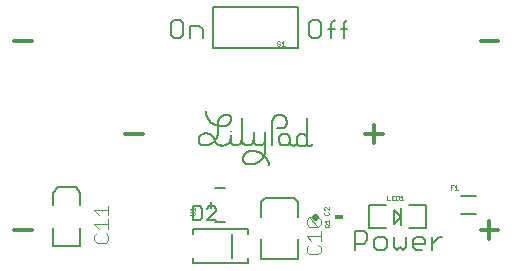
<source format=gbr>
G04 EAGLE Gerber RS-274X export*
G75*
%MOMM*%
%FSLAX34Y34*%
%LPD*%
%INSilkscreen Top*%
%IPPOS*%
%AMOC8*
5,1,8,0,0,1.08239X$1,22.5*%
G01*
%ADD10C,0.203200*%
%ADD11C,0.304800*%
%ADD12C,0.127000*%
%ADD13C,0.101600*%
%ADD14C,0.558800*%
%ADD15C,0.025400*%
%ADD16R,0.762000X0.457200*%


D10*
X84016Y-97984D02*
X84016Y-82223D01*
X91897Y-82223D01*
X94524Y-84849D01*
X94524Y-90103D01*
X91897Y-92730D01*
X84016Y-92730D01*
X103014Y-97984D02*
X108268Y-97984D01*
X110895Y-95357D01*
X110895Y-90103D01*
X108268Y-87476D01*
X103014Y-87476D01*
X100388Y-90103D01*
X100388Y-95357D01*
X103014Y-97984D01*
X116759Y-95357D02*
X116759Y-87476D01*
X116759Y-95357D02*
X119386Y-97984D01*
X122013Y-95357D01*
X124640Y-97984D01*
X127267Y-95357D01*
X127267Y-87476D01*
X135758Y-97984D02*
X141011Y-97984D01*
X135758Y-97984D02*
X133131Y-95357D01*
X133131Y-90103D01*
X135758Y-87476D01*
X141011Y-87476D01*
X143638Y-90103D01*
X143638Y-92730D01*
X133131Y-92730D01*
X149502Y-97984D02*
X149502Y-87476D01*
X149502Y-92730D02*
X154756Y-87476D01*
X157383Y-87476D01*
X-64103Y96777D02*
X-69357Y96777D01*
X-71984Y94151D01*
X-71984Y83643D01*
X-69357Y81016D01*
X-64103Y81016D01*
X-61476Y83643D01*
X-61476Y94151D01*
X-64103Y96777D01*
X-55612Y91524D02*
X-55612Y81016D01*
X-55612Y91524D02*
X-47732Y91524D01*
X-45105Y88897D01*
X-45105Y81016D01*
X47643Y96777D02*
X52897Y96777D01*
X47643Y96777D02*
X45016Y94151D01*
X45016Y83643D01*
X47643Y81016D01*
X52897Y81016D01*
X55524Y83643D01*
X55524Y94151D01*
X52897Y96777D01*
X64014Y94151D02*
X64014Y81016D01*
X64014Y94151D02*
X66641Y96777D01*
X66641Y88897D02*
X61388Y88897D01*
X74929Y94151D02*
X74929Y81016D01*
X74929Y94151D02*
X77556Y96777D01*
X77556Y88897D02*
X72302Y88897D01*
D11*
X190226Y-81270D02*
X205140Y-81270D01*
X197683Y-73813D02*
X197683Y-88728D01*
X-189830Y78750D02*
X-204744Y78750D01*
X190226Y78750D02*
X205140Y78750D01*
X-189830Y-81270D02*
X-204744Y-81270D01*
D10*
X-53000Y-80500D02*
X-53000Y-85000D01*
X-53000Y-80500D02*
X-7000Y-80500D01*
X-7000Y-85000D01*
X-7000Y-105000D02*
X-7000Y-109500D01*
X-53000Y-109500D01*
X-53000Y-105000D01*
X-20000Y-105000D02*
X-20000Y-85000D01*
D12*
X-52955Y-72665D02*
X-52955Y-61225D01*
X-52955Y-72665D02*
X-47235Y-72665D01*
X-45329Y-70758D01*
X-45329Y-63132D01*
X-47235Y-61225D01*
X-52955Y-61225D01*
X-41261Y-72665D02*
X-33635Y-72665D01*
X-41261Y-72665D02*
X-33635Y-65039D01*
X-33635Y-63132D01*
X-35541Y-61225D01*
X-39354Y-61225D01*
X-41261Y-63132D01*
D10*
X36000Y-89000D02*
X36000Y-106000D01*
X4500Y-106000D01*
X4500Y-89000D01*
X35500Y-70000D02*
X35500Y-58000D01*
X32000Y-54000D01*
X7500Y-54000D01*
X4500Y-58000D01*
X4500Y-70000D01*
D13*
X43198Y-96027D02*
X45147Y-94078D01*
X43198Y-96027D02*
X43198Y-99925D01*
X45147Y-101874D01*
X52943Y-101874D01*
X54892Y-99925D01*
X54892Y-96027D01*
X52943Y-94078D01*
X47096Y-90180D02*
X43198Y-86282D01*
X54892Y-86282D01*
X54892Y-90180D02*
X54892Y-82384D01*
X52943Y-78486D02*
X45147Y-78486D01*
X43198Y-76537D01*
X43198Y-72639D01*
X45147Y-70690D01*
X52943Y-70690D01*
X54892Y-72639D01*
X54892Y-76537D01*
X52943Y-78486D01*
X45147Y-70690D01*
D10*
X-149000Y-80000D02*
X-149000Y-95000D01*
X-171500Y-95000D01*
X-171500Y-80000D01*
X-148500Y-60000D02*
X-148500Y-50000D01*
X-152000Y-45000D01*
X-167500Y-45000D01*
X-171500Y-50000D01*
X-171500Y-60000D01*
D13*
X-136802Y-86027D02*
X-134853Y-84078D01*
X-136802Y-86027D02*
X-136802Y-89925D01*
X-134853Y-91874D01*
X-127057Y-91874D01*
X-125108Y-89925D01*
X-125108Y-86027D01*
X-127057Y-84078D01*
X-132904Y-80180D02*
X-136802Y-76282D01*
X-125108Y-76282D01*
X-125108Y-80180D02*
X-125108Y-72384D01*
X-132904Y-68486D02*
X-136802Y-64588D01*
X-125108Y-64588D01*
X-125108Y-68486D02*
X-125108Y-60690D01*
D14*
X49695Y-70000D02*
X50305Y-70000D01*
D15*
X57744Y-66561D02*
X58379Y-65925D01*
X57744Y-66561D02*
X57744Y-67832D01*
X58379Y-68467D01*
X60921Y-68467D01*
X61557Y-67832D01*
X61557Y-66561D01*
X60921Y-65925D01*
X61557Y-64725D02*
X61557Y-62183D01*
X61557Y-64725D02*
X59015Y-62183D01*
X58379Y-62183D01*
X57744Y-62818D01*
X57744Y-64090D01*
X58379Y-64725D01*
D11*
X92436Y10D02*
X107350Y10D01*
X99893Y7467D02*
X99893Y-7448D01*
X-95850Y10D02*
X-110764Y10D01*
D16*
X70000Y-70000D03*
D15*
X62253Y-78763D02*
X58440Y-78763D01*
X58440Y-76856D01*
X59075Y-76221D01*
X60346Y-76221D01*
X60982Y-76856D01*
X60982Y-78763D01*
X60982Y-77492D02*
X62253Y-76221D01*
X59711Y-75021D02*
X58440Y-73750D01*
X62253Y-73750D01*
X62253Y-75021D02*
X62253Y-72479D01*
D10*
X96000Y-60000D02*
X110000Y-60000D01*
X96000Y-60000D02*
X96000Y-80000D01*
X110000Y-80000D01*
X130000Y-60000D02*
X144000Y-60000D01*
X144000Y-80000D01*
X130000Y-80000D01*
X123000Y-70000D02*
X123000Y-63000D01*
X123000Y-70000D02*
X123000Y-77000D01*
X123000Y-70000D02*
X117000Y-64000D01*
X117000Y-76000D01*
X123000Y-70000D01*
D15*
X111237Y-55903D02*
X111237Y-52090D01*
X111237Y-55903D02*
X113779Y-55903D01*
X114979Y-52090D02*
X117521Y-52090D01*
X114979Y-52090D02*
X114979Y-55903D01*
X117521Y-55903D01*
X116250Y-53996D02*
X114979Y-53996D01*
X118721Y-52090D02*
X118721Y-55903D01*
X120628Y-55903D01*
X121263Y-55267D01*
X121263Y-52725D01*
X120628Y-52090D01*
X118721Y-52090D01*
X122463Y-53361D02*
X123734Y-52090D01*
X123734Y-55903D01*
X122463Y-55903D02*
X125005Y-55903D01*
D10*
X14100Y-9650D02*
X14100Y11350D01*
X14115Y11496D01*
X14134Y11642D01*
X14157Y11787D01*
X14184Y11932D01*
X14215Y12076D01*
X14249Y12219D01*
X14288Y12361D01*
X14330Y12501D01*
X14375Y12641D01*
X14425Y12780D01*
X14478Y12917D01*
X14535Y13052D01*
X14595Y13186D01*
X14659Y13319D01*
X14727Y13449D01*
X14798Y13578D01*
X14872Y13705D01*
X14950Y13830D01*
X15031Y13953D01*
X15115Y14073D01*
X15202Y14191D01*
X15293Y14307D01*
X15386Y14421D01*
X15483Y14532D01*
X15582Y14640D01*
X15685Y14745D01*
X15790Y14848D01*
X15898Y14948D01*
X16008Y15045D01*
X16121Y15140D01*
X16236Y15231D01*
X16354Y15319D01*
X16474Y15403D01*
X16597Y15485D01*
X16721Y15563D01*
X16848Y15638D01*
X16976Y15710D01*
X17106Y15778D01*
X17238Y15843D01*
X17372Y15904D01*
X17508Y15961D01*
X17644Y16015D01*
X17783Y16065D01*
X17922Y16112D01*
X18063Y16155D01*
X18204Y16194D01*
X18347Y16229D01*
X18491Y16260D01*
X18635Y16288D01*
X18780Y16312D01*
X18926Y16332D01*
X19072Y16348D01*
X19219Y16360D01*
X19366Y16368D01*
X19513Y16372D01*
X19660Y16373D01*
X19807Y16369D01*
X19953Y16362D01*
X20100Y16350D01*
X20246Y16362D01*
X20393Y16369D01*
X20540Y16373D01*
X20687Y16372D01*
X20834Y16368D01*
X20981Y16360D01*
X21128Y16348D01*
X21274Y16332D01*
X21419Y16312D01*
X21565Y16288D01*
X21709Y16260D01*
X21853Y16229D01*
X21995Y16194D01*
X22137Y16155D01*
X22278Y16112D01*
X22417Y16065D01*
X22555Y16015D01*
X22692Y15961D01*
X22827Y15904D01*
X22961Y15842D01*
X23093Y15778D01*
X23224Y15710D01*
X23352Y15638D01*
X23478Y15563D01*
X23603Y15485D01*
X23725Y15403D01*
X23845Y15318D01*
X23963Y15230D01*
X24079Y15139D01*
X24192Y15045D01*
X24302Y14948D01*
X24410Y14848D01*
X24515Y14745D01*
X24617Y14640D01*
X24717Y14531D01*
X24813Y14420D01*
X24907Y14307D01*
X24997Y14191D01*
X25085Y14073D01*
X25169Y13952D01*
X25250Y13830D01*
X25327Y13705D01*
X25402Y13578D01*
X25473Y13449D01*
X25540Y13319D01*
X25604Y13186D01*
X25665Y13052D01*
X25721Y12917D01*
X25775Y12779D01*
X25824Y12641D01*
X25870Y12501D01*
X25912Y12360D01*
X25951Y12219D01*
X25985Y12076D01*
X26016Y11932D01*
X26043Y11787D01*
X26066Y11642D01*
X26085Y11496D01*
X26100Y11350D01*
X26100Y9350D01*
X26091Y9214D01*
X26078Y9079D01*
X26061Y8944D01*
X26041Y8810D01*
X26016Y8677D01*
X25988Y8544D01*
X25956Y8412D01*
X25920Y8281D01*
X25881Y8151D01*
X25837Y8022D01*
X25790Y7894D01*
X25740Y7768D01*
X25686Y7644D01*
X25628Y7521D01*
X25567Y7399D01*
X25502Y7280D01*
X25434Y7162D01*
X25363Y7047D01*
X25289Y6933D01*
X25211Y6822D01*
X25130Y6712D01*
X25046Y6606D01*
X24959Y6501D01*
X24869Y6400D01*
X24776Y6300D01*
X24680Y6204D01*
X24582Y6110D01*
X24481Y6019D01*
X24378Y5931D01*
X24272Y5846D01*
X24163Y5764D01*
X24053Y5686D01*
X23940Y5610D01*
X23825Y5538D01*
X23708Y5469D01*
X23589Y5403D01*
X23468Y5341D01*
X23345Y5282D01*
X23221Y5227D01*
X23096Y5175D01*
X22969Y5127D01*
X22840Y5083D01*
X22711Y5042D01*
X22580Y5005D01*
X22448Y4972D01*
X22316Y4942D01*
X22182Y4917D01*
X22048Y4895D01*
X21914Y4877D01*
X21778Y4862D01*
X21643Y4852D01*
X21507Y4846D01*
X21371Y4843D01*
X21236Y4844D01*
X21100Y4850D01*
X18100Y4850D01*
X28600Y-5650D02*
X28615Y-5767D01*
X28626Y-5885D01*
X28633Y-6003D01*
X28636Y-6121D01*
X28635Y-6239D01*
X28630Y-6357D01*
X28621Y-6475D01*
X28608Y-6593D01*
X28591Y-6709D01*
X28571Y-6826D01*
X28546Y-6941D01*
X28518Y-7056D01*
X28486Y-7170D01*
X28450Y-7282D01*
X28410Y-7394D01*
X28367Y-7504D01*
X28320Y-7612D01*
X28269Y-7719D01*
X28215Y-7824D01*
X28157Y-7927D01*
X28096Y-8028D01*
X28032Y-8127D01*
X27964Y-8224D01*
X27893Y-8319D01*
X27819Y-8411D01*
X27742Y-8500D01*
X27662Y-8587D01*
X27579Y-8671D01*
X27493Y-8753D01*
X27405Y-8831D01*
X27314Y-8907D01*
X27221Y-8979D01*
X27125Y-9049D01*
X27027Y-9115D01*
X26927Y-9177D01*
X26825Y-9237D01*
X26721Y-9293D01*
X26615Y-9345D01*
X26507Y-9394D01*
X26398Y-9439D01*
X26287Y-9481D01*
X26175Y-9519D01*
X26062Y-9553D01*
X25948Y-9583D01*
X25833Y-9609D01*
X25717Y-9632D01*
X25600Y-9650D01*
X23600Y-9650D01*
X23467Y-9634D01*
X23334Y-9613D01*
X23202Y-9588D01*
X23071Y-9560D01*
X22941Y-9527D01*
X22812Y-9491D01*
X22684Y-9451D01*
X22557Y-9407D01*
X22431Y-9359D01*
X22307Y-9308D01*
X22185Y-9253D01*
X22064Y-9195D01*
X21945Y-9132D01*
X21828Y-9067D01*
X21713Y-8998D01*
X21600Y-8925D01*
X21489Y-8850D01*
X21381Y-8771D01*
X21275Y-8689D01*
X21171Y-8603D01*
X21070Y-8515D01*
X20972Y-8424D01*
X20876Y-8330D01*
X20783Y-8233D01*
X20693Y-8133D01*
X20607Y-8031D01*
X20523Y-7926D01*
X20442Y-7819D01*
X20365Y-7709D01*
X20290Y-7597D01*
X20219Y-7483D01*
X20152Y-7367D01*
X20088Y-7249D01*
X20028Y-7130D01*
X19971Y-7008D01*
X19918Y-6885D01*
X19868Y-6760D01*
X19822Y-6634D01*
X19780Y-6507D01*
X19742Y-6378D01*
X19707Y-6248D01*
X19677Y-6118D01*
X19650Y-5986D01*
X19627Y-5854D01*
X19608Y-5721D01*
X19593Y-5588D01*
X19582Y-5454D01*
X19575Y-5320D01*
X19572Y-5186D01*
X19573Y-5052D01*
X19578Y-4917D01*
X19587Y-4784D01*
X19600Y-4650D01*
X19587Y-4516D01*
X19578Y-4383D01*
X19573Y-4248D01*
X19572Y-4114D01*
X19575Y-3980D01*
X19582Y-3846D01*
X19593Y-3712D01*
X19608Y-3579D01*
X19627Y-3446D01*
X19650Y-3314D01*
X19677Y-3182D01*
X19707Y-3052D01*
X19742Y-2922D01*
X19780Y-2793D01*
X19822Y-2666D01*
X19868Y-2540D01*
X19918Y-2415D01*
X19971Y-2292D01*
X20028Y-2170D01*
X20088Y-2051D01*
X20152Y-1933D01*
X20219Y-1817D01*
X20290Y-1703D01*
X20365Y-1591D01*
X20442Y-1481D01*
X20523Y-1374D01*
X20607Y-1269D01*
X20693Y-1167D01*
X20783Y-1067D01*
X20876Y-970D01*
X20972Y-876D01*
X21070Y-785D01*
X21171Y-697D01*
X21275Y-611D01*
X21381Y-529D01*
X21489Y-450D01*
X21600Y-375D01*
X21713Y-302D01*
X21828Y-233D01*
X21945Y-168D01*
X22064Y-105D01*
X22185Y-47D01*
X22307Y8D01*
X22431Y59D01*
X22557Y107D01*
X22684Y151D01*
X22812Y191D01*
X22941Y227D01*
X23071Y260D01*
X23202Y288D01*
X23334Y313D01*
X23467Y334D01*
X23600Y350D01*
X24600Y350D01*
X24726Y348D01*
X24851Y342D01*
X24976Y332D01*
X25101Y318D01*
X25226Y301D01*
X25350Y279D01*
X25473Y254D01*
X25595Y224D01*
X25716Y191D01*
X25836Y154D01*
X25955Y114D01*
X26072Y69D01*
X26189Y21D01*
X26303Y-31D01*
X26416Y-86D01*
X26527Y-145D01*
X26636Y-207D01*
X26743Y-273D01*
X26848Y-342D01*
X26951Y-414D01*
X27052Y-489D01*
X27150Y-568D01*
X27245Y-650D01*
X27338Y-734D01*
X27428Y-822D01*
X27516Y-912D01*
X27600Y-1005D01*
X27682Y-1100D01*
X27761Y-1198D01*
X27836Y-1299D01*
X27908Y-1402D01*
X27977Y-1507D01*
X28043Y-1614D01*
X28105Y-1723D01*
X28164Y-1834D01*
X28219Y-1947D01*
X28271Y-2061D01*
X28319Y-2178D01*
X28364Y-2295D01*
X28404Y-2414D01*
X28441Y-2534D01*
X28474Y-2655D01*
X28504Y-2777D01*
X28529Y-2900D01*
X28551Y-3024D01*
X28568Y-3149D01*
X28582Y-3274D01*
X28592Y-3399D01*
X28598Y-3524D01*
X28600Y-3650D01*
X28600Y-5650D01*
X28577Y-5761D01*
X28557Y-5874D01*
X28541Y-5986D01*
X28529Y-6100D01*
X28520Y-6213D01*
X28516Y-6327D01*
X28515Y-6441D01*
X28519Y-6555D01*
X28526Y-6668D01*
X28537Y-6782D01*
X28552Y-6895D01*
X28571Y-7007D01*
X28593Y-7118D01*
X28620Y-7229D01*
X28650Y-7339D01*
X28684Y-7448D01*
X28721Y-7555D01*
X28763Y-7661D01*
X28808Y-7766D01*
X28856Y-7869D01*
X28908Y-7970D01*
X28963Y-8070D01*
X29022Y-8168D01*
X29084Y-8263D01*
X29149Y-8356D01*
X29218Y-8447D01*
X29289Y-8536D01*
X29363Y-8622D01*
X29441Y-8706D01*
X29521Y-8787D01*
X29604Y-8865D01*
X29689Y-8940D01*
X29777Y-9013D01*
X29868Y-9082D01*
X29960Y-9148D01*
X30055Y-9211D01*
X30152Y-9270D01*
X30251Y-9327D01*
X30352Y-9380D01*
X30455Y-9429D01*
X30559Y-9475D01*
X30665Y-9517D01*
X30772Y-9556D01*
X30880Y-9591D01*
X30990Y-9622D01*
X31100Y-9650D01*
X31203Y-9676D01*
X31308Y-9698D01*
X31413Y-9716D01*
X31518Y-9731D01*
X31624Y-9741D01*
X31731Y-9748D01*
X31837Y-9750D01*
X31944Y-9748D01*
X32050Y-9743D01*
X32156Y-9733D01*
X32262Y-9720D01*
X32367Y-9703D01*
X32472Y-9681D01*
X32575Y-9656D01*
X32678Y-9627D01*
X32779Y-9594D01*
X32879Y-9558D01*
X32978Y-9517D01*
X33075Y-9473D01*
X33170Y-9426D01*
X33264Y-9374D01*
X33356Y-9320D01*
X33445Y-9262D01*
X33532Y-9201D01*
X33617Y-9136D01*
X33699Y-9068D01*
X33779Y-8998D01*
X33856Y-8924D01*
X33931Y-8848D01*
X34002Y-8769D01*
X34070Y-8687D01*
X34136Y-8603D01*
X34198Y-8516D01*
X34256Y-8427D01*
X34312Y-8336D01*
X34364Y-8243D01*
X34412Y-8148D01*
X34457Y-8051D01*
X34498Y-7953D01*
X34536Y-7853D01*
X34570Y-7752D01*
X34600Y-7650D01*
X34600Y-7150D01*
X34600Y-4650D01*
X34594Y-4514D01*
X34593Y-4378D01*
X34596Y-4243D01*
X34602Y-4107D01*
X34612Y-3971D01*
X34627Y-3836D01*
X34645Y-3702D01*
X34666Y-3568D01*
X34692Y-3434D01*
X34722Y-3302D01*
X34755Y-3170D01*
X34792Y-3039D01*
X34833Y-2909D01*
X34877Y-2781D01*
X34925Y-2654D01*
X34977Y-2528D01*
X35032Y-2404D01*
X35091Y-2282D01*
X35153Y-2161D01*
X35219Y-2042D01*
X35288Y-1925D01*
X35360Y-1810D01*
X35435Y-1697D01*
X35514Y-1586D01*
X35596Y-1478D01*
X35681Y-1372D01*
X35769Y-1269D01*
X35860Y-1168D01*
X35954Y-1069D01*
X36050Y-974D01*
X36149Y-881D01*
X36251Y-791D01*
X36355Y-704D01*
X36462Y-620D01*
X36571Y-539D01*
X36683Y-461D01*
X36796Y-387D01*
X36912Y-315D01*
X37030Y-247D01*
X37149Y-183D01*
X37271Y-122D01*
X37394Y-64D01*
X37518Y-10D01*
X37644Y41D01*
X37772Y88D01*
X37901Y131D01*
X38031Y170D01*
X38162Y206D01*
X38294Y238D01*
X38426Y266D01*
X38560Y291D01*
X38694Y312D01*
X38829Y328D01*
X38964Y341D01*
X39100Y350D01*
X39240Y334D01*
X39380Y314D01*
X39518Y290D01*
X39657Y263D01*
X39794Y231D01*
X39930Y196D01*
X40066Y156D01*
X40200Y113D01*
X40333Y67D01*
X40465Y16D01*
X40595Y-38D01*
X40723Y-96D01*
X40850Y-157D01*
X40975Y-222D01*
X41099Y-290D01*
X41220Y-362D01*
X41339Y-437D01*
X41456Y-516D01*
X41571Y-597D01*
X41684Y-682D01*
X41794Y-770D01*
X41901Y-861D01*
X42006Y-956D01*
X42108Y-1053D01*
X42208Y-1152D01*
X42305Y-1255D01*
X42398Y-1360D01*
X42489Y-1468D01*
X42577Y-1578D01*
X42661Y-1691D01*
X42743Y-1806D01*
X42821Y-1923D01*
X42896Y-2043D01*
X42967Y-2164D01*
X43035Y-2288D01*
X43100Y-2413D01*
X43161Y-2540D01*
X43218Y-2669D01*
X43272Y-2799D01*
X43322Y-2931D01*
X43368Y-3064D01*
X43411Y-3199D01*
X43450Y-3334D01*
X43485Y-3471D01*
X43516Y-3608D01*
X43543Y-3746D01*
X43566Y-3885D01*
X43586Y-4025D01*
X43602Y-4165D01*
X43613Y-4305D01*
X43621Y-4446D01*
X43625Y-4587D01*
X43624Y-4728D01*
X43620Y-4869D01*
X43612Y-5010D01*
X43600Y-5150D01*
X43629Y-5273D01*
X43654Y-5397D01*
X43675Y-5521D01*
X43692Y-5646D01*
X43706Y-5772D01*
X43715Y-5898D01*
X43721Y-6024D01*
X43723Y-6150D01*
X43721Y-6276D01*
X43715Y-6402D01*
X43706Y-6528D01*
X43692Y-6654D01*
X43675Y-6779D01*
X43654Y-6903D01*
X43629Y-7027D01*
X43600Y-7150D01*
X43567Y-7273D01*
X43531Y-7395D01*
X43490Y-7516D01*
X43446Y-7635D01*
X43399Y-7753D01*
X43347Y-7870D01*
X43292Y-7985D01*
X43234Y-8098D01*
X43172Y-8209D01*
X43107Y-8318D01*
X43038Y-8426D01*
X42966Y-8531D01*
X42891Y-8633D01*
X42813Y-8734D01*
X42732Y-8832D01*
X42647Y-8927D01*
X42560Y-9020D01*
X42470Y-9110D01*
X42377Y-9197D01*
X42282Y-9282D01*
X42184Y-9363D01*
X42083Y-9441D01*
X41981Y-9516D01*
X41876Y-9588D01*
X41768Y-9657D01*
X41659Y-9722D01*
X41548Y-9784D01*
X41435Y-9842D01*
X41320Y-9897D01*
X41203Y-9949D01*
X41085Y-9996D01*
X40966Y-10040D01*
X40845Y-10081D01*
X40723Y-10117D01*
X40600Y-10150D01*
X40471Y-10191D01*
X40341Y-10228D01*
X40209Y-10261D01*
X40077Y-10291D01*
X39944Y-10317D01*
X39811Y-10339D01*
X39676Y-10358D01*
X39542Y-10372D01*
X39407Y-10383D01*
X39271Y-10390D01*
X39136Y-10393D01*
X39001Y-10392D01*
X38865Y-10387D01*
X38730Y-10379D01*
X38595Y-10366D01*
X38461Y-10350D01*
X38327Y-10330D01*
X38193Y-10306D01*
X38061Y-10278D01*
X37929Y-10246D01*
X37798Y-10211D01*
X37669Y-10172D01*
X37540Y-10129D01*
X37413Y-10083D01*
X37287Y-10033D01*
X37162Y-9979D01*
X37040Y-9922D01*
X36919Y-9862D01*
X36799Y-9798D01*
X36682Y-9730D01*
X36566Y-9659D01*
X36453Y-9585D01*
X36341Y-9508D01*
X36232Y-9428D01*
X36126Y-9344D01*
X36021Y-9258D01*
X35920Y-9169D01*
X35820Y-9076D01*
X35724Y-8981D01*
X35630Y-8884D01*
X35539Y-8783D01*
X35451Y-8680D01*
X35366Y-8575D01*
X35284Y-8467D01*
X35205Y-8357D01*
X35130Y-8244D01*
X35057Y-8130D01*
X34988Y-8014D01*
X34922Y-7895D01*
X34860Y-7775D01*
X34801Y-7653D01*
X34745Y-7529D01*
X34693Y-7404D01*
X34645Y-7278D01*
X34600Y-7150D01*
X43600Y-7150D02*
X43600Y-8150D01*
X43602Y-8237D01*
X43608Y-8324D01*
X43617Y-8411D01*
X43630Y-8497D01*
X43647Y-8583D01*
X43668Y-8668D01*
X43693Y-8751D01*
X43721Y-8834D01*
X43752Y-8915D01*
X43787Y-8995D01*
X43826Y-9073D01*
X43868Y-9150D01*
X43913Y-9225D01*
X43962Y-9297D01*
X44013Y-9368D01*
X44068Y-9436D01*
X44125Y-9501D01*
X44186Y-9564D01*
X44249Y-9625D01*
X44314Y-9682D01*
X44382Y-9737D01*
X44453Y-9788D01*
X44525Y-9837D01*
X44600Y-9882D01*
X44677Y-9924D01*
X44755Y-9963D01*
X44835Y-9998D01*
X44916Y-10029D01*
X44999Y-10057D01*
X45082Y-10082D01*
X45167Y-10103D01*
X45253Y-10120D01*
X45339Y-10133D01*
X45426Y-10142D01*
X45513Y-10148D01*
X45600Y-10150D01*
X45687Y-10148D01*
X45774Y-10142D01*
X45861Y-10133D01*
X45947Y-10120D01*
X46033Y-10103D01*
X46118Y-10082D01*
X46201Y-10057D01*
X46284Y-10029D01*
X46365Y-9998D01*
X46445Y-9963D01*
X46523Y-9924D01*
X46600Y-9882D01*
X46675Y-9837D01*
X46747Y-9788D01*
X46818Y-9737D01*
X46886Y-9682D01*
X46951Y-9625D01*
X47014Y-9564D01*
X47075Y-9501D01*
X47132Y-9436D01*
X47187Y-9368D01*
X47238Y-9297D01*
X47287Y-9225D01*
X47332Y-9150D01*
X47374Y-9073D01*
X47413Y-8995D01*
X47448Y-8915D01*
X47479Y-8834D01*
X47507Y-8751D01*
X47532Y-8668D01*
X47553Y-8583D01*
X47570Y-8497D01*
X47583Y-8411D01*
X47592Y-8324D01*
X47598Y-8237D01*
X47600Y-8150D01*
X43600Y-6150D02*
X43600Y13850D01*
X-21400Y2850D02*
X-21400Y2350D01*
X-29400Y6850D02*
X-29714Y6854D01*
X-30028Y6865D01*
X-30342Y6884D01*
X-30655Y6911D01*
X-30967Y6945D01*
X-31278Y6986D01*
X-31589Y7036D01*
X-31898Y7092D01*
X-32205Y7156D01*
X-32511Y7228D01*
X-32815Y7307D01*
X-33117Y7393D01*
X-33417Y7486D01*
X-33715Y7587D01*
X-34010Y7695D01*
X-34302Y7810D01*
X-34592Y7932D01*
X-34878Y8061D01*
X-35161Y8196D01*
X-35441Y8339D01*
X-35718Y8488D01*
X-35990Y8644D01*
X-36259Y8807D01*
X-36524Y8976D01*
X-36785Y9151D01*
X-37041Y9333D01*
X-37293Y9520D01*
X-37540Y9714D01*
X-37783Y9914D01*
X-38021Y10119D01*
X-38253Y10331D01*
X-38481Y10547D01*
X-38703Y10769D01*
X-38919Y10997D01*
X-39131Y11229D01*
X-39336Y11467D01*
X-39536Y11710D01*
X-39730Y11957D01*
X-39917Y12209D01*
X-40099Y12465D01*
X-40274Y12726D01*
X-40443Y12991D01*
X-40606Y13260D01*
X-40762Y13532D01*
X-40911Y13809D01*
X-41054Y14089D01*
X-41189Y14372D01*
X-41318Y14658D01*
X-41440Y14948D01*
X-41555Y15240D01*
X-41663Y15535D01*
X-41764Y15833D01*
X-41857Y16133D01*
X-41943Y16435D01*
X-42022Y16739D01*
X-42094Y17045D01*
X-42158Y17352D01*
X-42214Y17661D01*
X-42264Y17972D01*
X-42305Y18283D01*
X-42339Y18595D01*
X-42366Y18908D01*
X-42385Y19222D01*
X-42396Y19536D01*
X-42400Y19850D01*
X-29400Y6850D02*
X-27900Y6850D01*
X-27737Y6846D01*
X-27574Y6845D01*
X-27410Y6849D01*
X-27247Y6857D01*
X-27085Y6869D01*
X-26922Y6884D01*
X-26760Y6904D01*
X-26598Y6927D01*
X-26438Y6955D01*
X-26277Y6986D01*
X-26118Y7021D01*
X-25959Y7060D01*
X-25802Y7103D01*
X-25645Y7149D01*
X-25490Y7200D01*
X-25336Y7254D01*
X-25183Y7311D01*
X-25032Y7373D01*
X-24882Y7438D01*
X-24734Y7507D01*
X-24588Y7579D01*
X-24443Y7655D01*
X-24301Y7734D01*
X-24160Y7817D01*
X-24021Y7903D01*
X-23884Y7992D01*
X-23750Y8085D01*
X-23618Y8180D01*
X-23488Y8279D01*
X-23361Y8381D01*
X-23236Y8487D01*
X-23114Y8595D01*
X-22994Y8706D01*
X-22877Y8820D01*
X-22763Y8937D01*
X-22652Y9056D01*
X-22543Y9178D01*
X-22438Y9303D01*
X-22336Y9430D01*
X-22237Y9560D01*
X-22141Y9692D01*
X-22048Y9826D01*
X-21958Y9962D01*
X-21872Y10101D01*
X-21789Y10242D01*
X-21710Y10384D01*
X-21634Y10529D01*
X-21561Y10675D01*
X-21492Y10823D01*
X-21427Y10973D01*
X-21365Y11124D01*
X-21307Y11276D01*
X-21253Y11430D01*
X-21202Y11585D01*
X-21156Y11742D01*
X-21113Y11899D01*
X-21073Y12058D01*
X-21038Y12217D01*
X-21007Y12377D01*
X-20979Y12538D01*
X-20955Y12700D01*
X-20935Y12862D01*
X-20920Y13024D01*
X-20908Y13187D01*
X-20900Y13350D01*
X-20902Y13457D01*
X-20908Y13564D01*
X-20917Y13671D01*
X-20931Y13777D01*
X-20948Y13883D01*
X-20969Y13988D01*
X-20993Y14092D01*
X-21022Y14195D01*
X-21054Y14297D01*
X-21089Y14398D01*
X-21128Y14498D01*
X-21171Y14596D01*
X-21217Y14693D01*
X-21267Y14788D01*
X-21320Y14881D01*
X-21376Y14972D01*
X-21436Y15061D01*
X-21498Y15148D01*
X-21564Y15232D01*
X-21633Y15315D01*
X-21704Y15394D01*
X-21779Y15471D01*
X-21856Y15546D01*
X-21935Y15617D01*
X-22018Y15686D01*
X-22102Y15752D01*
X-22189Y15814D01*
X-22278Y15874D01*
X-22369Y15930D01*
X-22462Y15983D01*
X-22557Y16033D01*
X-22654Y16079D01*
X-22752Y16122D01*
X-22852Y16161D01*
X-22953Y16196D01*
X-23055Y16228D01*
X-23158Y16257D01*
X-23262Y16281D01*
X-23367Y16302D01*
X-23473Y16319D01*
X-23579Y16333D01*
X-23686Y16342D01*
X-23793Y16348D01*
X-23900Y16350D01*
X-34400Y-5650D02*
X-34445Y-5463D01*
X-34494Y-5278D01*
X-34547Y-5093D01*
X-34605Y-4910D01*
X-34668Y-4729D01*
X-34734Y-4549D01*
X-34805Y-4370D01*
X-34881Y-4194D01*
X-34960Y-4019D01*
X-35044Y-3846D01*
X-35132Y-3676D01*
X-35224Y-3507D01*
X-35320Y-3341D01*
X-35420Y-3177D01*
X-35524Y-3016D01*
X-35632Y-2857D01*
X-35744Y-2701D01*
X-35859Y-2547D01*
X-35978Y-2397D01*
X-36101Y-2249D01*
X-36227Y-2104D01*
X-36357Y-1963D01*
X-36490Y-1824D01*
X-36626Y-1689D01*
X-36766Y-1557D01*
X-36909Y-1429D01*
X-37055Y-1304D01*
X-37203Y-1183D01*
X-37355Y-1065D01*
X-37510Y-951D01*
X-37667Y-841D01*
X-37827Y-734D01*
X-37989Y-632D01*
X-38154Y-533D01*
X-38321Y-439D01*
X-38490Y-348D01*
X-38662Y-262D01*
X-38835Y-180D01*
X-39010Y-102D01*
X-39188Y-28D01*
X-39367Y42D01*
X-39547Y107D01*
X-39730Y167D01*
X-39913Y224D01*
X-40098Y275D01*
X-40284Y323D01*
X-40471Y366D01*
X-40659Y404D01*
X-40848Y438D01*
X-41038Y467D01*
X-41229Y491D01*
X-41419Y511D01*
X-41611Y527D01*
X-41803Y537D01*
X-41994Y543D01*
X-42186Y545D01*
X-42378Y542D01*
X-42570Y534D01*
X-42762Y521D01*
X-42953Y504D01*
X-43144Y483D01*
X-43334Y456D01*
X-43524Y425D01*
X-43712Y390D01*
X-43900Y350D01*
X-24900Y16350D02*
X-23900Y16350D01*
X-24900Y16350D02*
X-25069Y16348D01*
X-25238Y16342D01*
X-25407Y16332D01*
X-25576Y16317D01*
X-25744Y16299D01*
X-25911Y16277D01*
X-26078Y16250D01*
X-26245Y16220D01*
X-26410Y16185D01*
X-26575Y16147D01*
X-26739Y16104D01*
X-26902Y16058D01*
X-27063Y16007D01*
X-27223Y15953D01*
X-27382Y15895D01*
X-27540Y15833D01*
X-27696Y15768D01*
X-27850Y15698D01*
X-28002Y15625D01*
X-28153Y15548D01*
X-28302Y15468D01*
X-28449Y15384D01*
X-28593Y15296D01*
X-28736Y15205D01*
X-28876Y15111D01*
X-29014Y15013D01*
X-29150Y14912D01*
X-29283Y14808D01*
X-29414Y14700D01*
X-29542Y14590D01*
X-29667Y14476D01*
X-29790Y14359D01*
X-29909Y14240D01*
X-30026Y14117D01*
X-30140Y13992D01*
X-30250Y13864D01*
X-30358Y13733D01*
X-30462Y13600D01*
X-30563Y13464D01*
X-30661Y13326D01*
X-30755Y13186D01*
X-30846Y13043D01*
X-30934Y12899D01*
X-31018Y12752D01*
X-31098Y12603D01*
X-31175Y12452D01*
X-31248Y12300D01*
X-31318Y12146D01*
X-31383Y11990D01*
X-31445Y11832D01*
X-31503Y11673D01*
X-31557Y11513D01*
X-31608Y11352D01*
X-31654Y11189D01*
X-31697Y11025D01*
X-31735Y10860D01*
X-31770Y10695D01*
X-31800Y10528D01*
X-31827Y10361D01*
X-31849Y10194D01*
X-31867Y10026D01*
X-31882Y9857D01*
X-31892Y9688D01*
X-31898Y9519D01*
X-31900Y9350D01*
X-43900Y350D02*
X-44042Y327D01*
X-44183Y301D01*
X-44324Y272D01*
X-44463Y238D01*
X-44602Y200D01*
X-44739Y159D01*
X-44876Y114D01*
X-45011Y66D01*
X-45145Y14D01*
X-45277Y-42D01*
X-45408Y-102D01*
X-45537Y-165D01*
X-45664Y-231D01*
X-45790Y-301D01*
X-45913Y-374D01*
X-46035Y-450D01*
X-46154Y-530D01*
X-46272Y-613D01*
X-46387Y-699D01*
X-46499Y-788D01*
X-46609Y-881D01*
X-46717Y-976D01*
X-46822Y-1074D01*
X-46924Y-1175D01*
X-47024Y-1278D01*
X-47120Y-1384D01*
X-47214Y-1493D01*
X-47305Y-1604D01*
X-47392Y-1718D01*
X-47477Y-1834D01*
X-47558Y-1953D01*
X-47637Y-2073D01*
X-47712Y-2196D01*
X-47783Y-2320D01*
X-47851Y-2446D01*
X-47916Y-2575D01*
X-47977Y-2705D01*
X-48035Y-2836D01*
X-48089Y-2969D01*
X-48139Y-3104D01*
X-48186Y-3239D01*
X-48229Y-3376D01*
X-48269Y-3514D01*
X-48304Y-3654D01*
X-48336Y-3794D01*
X-48364Y-3934D01*
X-48389Y-4076D01*
X-48409Y-4218D01*
X-48426Y-4361D01*
X-48438Y-4504D01*
X-48447Y-4647D01*
X-48452Y-4791D01*
X-48453Y-4934D01*
X-48450Y-5078D01*
X-48443Y-5221D01*
X-48433Y-5365D01*
X-48418Y-5508D01*
X-48400Y-5650D01*
X-31900Y2350D02*
X-31900Y9350D01*
X-31900Y2350D02*
X-31904Y2060D01*
X-31914Y1770D01*
X-31932Y1481D01*
X-31956Y1192D01*
X-31987Y904D01*
X-32026Y616D01*
X-32071Y330D01*
X-32124Y44D01*
X-32183Y-239D01*
X-32249Y-522D01*
X-32321Y-802D01*
X-32401Y-1081D01*
X-32487Y-1358D01*
X-32580Y-1633D01*
X-32680Y-1905D01*
X-32786Y-2175D01*
X-32898Y-2442D01*
X-33018Y-2707D01*
X-33143Y-2968D01*
X-33275Y-3227D01*
X-33412Y-3482D01*
X-33556Y-3734D01*
X-33706Y-3982D01*
X-33862Y-4226D01*
X-34024Y-4467D01*
X-34192Y-4703D01*
X-34365Y-4936D01*
X-34544Y-5164D01*
X-34728Y-5388D01*
X-34918Y-5607D01*
X-35113Y-5822D01*
X-35313Y-6032D01*
X-35518Y-6237D01*
X-35728Y-6437D01*
X-35943Y-6632D01*
X-36162Y-6822D01*
X-36386Y-7006D01*
X-36614Y-7185D01*
X-36847Y-7358D01*
X-37083Y-7526D01*
X-37324Y-7688D01*
X-37568Y-7844D01*
X-37816Y-7994D01*
X-38068Y-8138D01*
X-38323Y-8275D01*
X-38582Y-8407D01*
X-38843Y-8532D01*
X-39108Y-8652D01*
X-39375Y-8764D01*
X-39645Y-8870D01*
X-39917Y-8970D01*
X-40192Y-9063D01*
X-40469Y-9149D01*
X-40748Y-9229D01*
X-41028Y-9301D01*
X-41311Y-9367D01*
X-41594Y-9426D01*
X-41880Y-9479D01*
X-42166Y-9524D01*
X-42454Y-9563D01*
X-42742Y-9594D01*
X-43031Y-9618D01*
X-43320Y-9636D01*
X-43610Y-9646D01*
X-43900Y-9650D01*
X-44028Y-9655D01*
X-44157Y-9657D01*
X-44286Y-9655D01*
X-44414Y-9649D01*
X-44542Y-9639D01*
X-44670Y-9625D01*
X-44798Y-9607D01*
X-44924Y-9586D01*
X-45050Y-9561D01*
X-45176Y-9532D01*
X-45300Y-9499D01*
X-45423Y-9462D01*
X-45545Y-9422D01*
X-45666Y-9378D01*
X-45786Y-9330D01*
X-45904Y-9279D01*
X-46020Y-9224D01*
X-46135Y-9166D01*
X-46247Y-9104D01*
X-46358Y-9039D01*
X-46467Y-8971D01*
X-46574Y-8899D01*
X-46679Y-8825D01*
X-46781Y-8747D01*
X-46881Y-8666D01*
X-46978Y-8582D01*
X-47073Y-8495D01*
X-47165Y-8405D01*
X-47255Y-8313D01*
X-47341Y-8218D01*
X-47425Y-8120D01*
X-47505Y-8020D01*
X-47583Y-7917D01*
X-47657Y-7812D01*
X-47729Y-7705D01*
X-47797Y-7596D01*
X-47861Y-7485D01*
X-47923Y-7372D01*
X-47981Y-7257D01*
X-48035Y-7141D01*
X-48086Y-7023D01*
X-48133Y-6903D01*
X-48176Y-6782D01*
X-48216Y-6660D01*
X-48253Y-6536D01*
X-48285Y-6412D01*
X-48314Y-6287D01*
X-48339Y-6160D01*
X-48360Y-6034D01*
X-48377Y-5906D01*
X-48390Y-5778D01*
X-48400Y-5650D01*
X-31900Y-9150D02*
X-31724Y-9226D01*
X-31546Y-9298D01*
X-31366Y-9366D01*
X-31185Y-9430D01*
X-31002Y-9489D01*
X-30818Y-9543D01*
X-30633Y-9594D01*
X-30447Y-9639D01*
X-30259Y-9680D01*
X-30071Y-9717D01*
X-29881Y-9749D01*
X-29691Y-9776D01*
X-29501Y-9799D01*
X-29309Y-9818D01*
X-29118Y-9831D01*
X-28926Y-9840D01*
X-28734Y-9845D01*
X-28542Y-9844D01*
X-28350Y-9839D01*
X-28158Y-9830D01*
X-27967Y-9816D01*
X-27776Y-9797D01*
X-27585Y-9773D01*
X-27395Y-9745D01*
X-27206Y-9713D01*
X-27018Y-9676D01*
X-26830Y-9634D01*
X-26644Y-9588D01*
X-26459Y-9537D01*
X-26275Y-9482D01*
X-26093Y-9422D01*
X-25912Y-9358D01*
X-25732Y-9290D01*
X-25554Y-9217D01*
X-25378Y-9140D01*
X-25205Y-9059D01*
X-25033Y-8974D01*
X-24863Y-8884D01*
X-24695Y-8791D01*
X-24530Y-8693D01*
X-24367Y-8592D01*
X-24206Y-8486D01*
X-24048Y-8377D01*
X-23893Y-8264D01*
X-23741Y-8147D01*
X-23591Y-8026D01*
X-23445Y-7902D01*
X-23301Y-7775D01*
X-23161Y-7644D01*
X-23024Y-7510D01*
X-22890Y-7372D01*
X-22759Y-7231D01*
X-22632Y-7087D01*
X-22509Y-6940D01*
X-22389Y-6791D01*
X-22272Y-6638D01*
X-22160Y-6482D01*
X-22051Y-6324D01*
X-21946Y-6163D01*
X-21845Y-6000D01*
X-21748Y-5834D01*
X-21655Y-5667D01*
X-21566Y-5496D01*
X-21481Y-5324D01*
X-21400Y-5150D01*
X-21400Y-3650D02*
X-21400Y-650D01*
X-21400Y-3650D02*
X-21400Y-5150D01*
X-11900Y-2650D02*
X-11900Y13850D01*
X-21400Y-3650D02*
X-21418Y-3792D01*
X-21433Y-3935D01*
X-21443Y-4079D01*
X-21450Y-4222D01*
X-21453Y-4366D01*
X-21452Y-4509D01*
X-21447Y-4653D01*
X-21438Y-4796D01*
X-21426Y-4939D01*
X-21409Y-5082D01*
X-21389Y-5224D01*
X-21364Y-5366D01*
X-21336Y-5506D01*
X-21304Y-5646D01*
X-21269Y-5786D01*
X-21229Y-5924D01*
X-21186Y-6061D01*
X-21139Y-6196D01*
X-21089Y-6331D01*
X-21035Y-6464D01*
X-20977Y-6595D01*
X-20916Y-6725D01*
X-20851Y-6854D01*
X-20783Y-6980D01*
X-20712Y-7104D01*
X-20637Y-7227D01*
X-20558Y-7347D01*
X-20477Y-7466D01*
X-20392Y-7582D01*
X-20305Y-7696D01*
X-20214Y-7807D01*
X-20120Y-7916D01*
X-20024Y-8022D01*
X-19924Y-8125D01*
X-19822Y-8226D01*
X-19717Y-8324D01*
X-19609Y-8419D01*
X-19499Y-8512D01*
X-19387Y-8601D01*
X-19272Y-8687D01*
X-19154Y-8770D01*
X-19035Y-8850D01*
X-18913Y-8926D01*
X-18790Y-8999D01*
X-18664Y-9069D01*
X-18537Y-9135D01*
X-18408Y-9198D01*
X-18277Y-9258D01*
X-18145Y-9314D01*
X-18011Y-9366D01*
X-17876Y-9414D01*
X-17739Y-9459D01*
X-17602Y-9500D01*
X-17463Y-9538D01*
X-17324Y-9572D01*
X-17183Y-9601D01*
X-17042Y-9627D01*
X-16900Y-9650D01*
X-16752Y-9630D01*
X-16604Y-9605D01*
X-16457Y-9577D01*
X-16310Y-9545D01*
X-16165Y-9509D01*
X-16020Y-9469D01*
X-15877Y-9425D01*
X-15735Y-9378D01*
X-15594Y-9327D01*
X-15454Y-9272D01*
X-15316Y-9214D01*
X-15180Y-9152D01*
X-15045Y-9087D01*
X-14912Y-9018D01*
X-14780Y-8945D01*
X-14651Y-8869D01*
X-14524Y-8790D01*
X-14399Y-8707D01*
X-14276Y-8622D01*
X-14156Y-8533D01*
X-14037Y-8440D01*
X-13922Y-8345D01*
X-13808Y-8247D01*
X-13698Y-8146D01*
X-13590Y-8042D01*
X-13485Y-7935D01*
X-13383Y-7825D01*
X-13283Y-7713D01*
X-13187Y-7598D01*
X-13094Y-7481D01*
X-13003Y-7361D01*
X-12916Y-7239D01*
X-12833Y-7115D01*
X-12752Y-6989D01*
X-12675Y-6860D01*
X-12601Y-6730D01*
X-12531Y-6597D01*
X-12464Y-6463D01*
X-12401Y-6327D01*
X-12341Y-6190D01*
X-12285Y-6051D01*
X-12233Y-5910D01*
X-12184Y-5769D01*
X-12139Y-5626D01*
X-12098Y-5482D01*
X-12060Y-5337D01*
X-12027Y-5190D01*
X-11997Y-5044D01*
X-11971Y-4896D01*
X-11949Y-4748D01*
X-11931Y-4599D01*
X-11917Y-4450D01*
X-11907Y-4300D01*
X-11900Y-4150D01*
X-11886Y-3936D01*
X-11876Y-3722D01*
X-11872Y-3507D01*
X-11872Y-3293D01*
X-11876Y-3078D01*
X-11886Y-2864D01*
X-11900Y-2650D01*
X-11900Y-4150D02*
X-11900Y-4650D01*
X-11898Y-4790D01*
X-11892Y-4930D01*
X-11882Y-5070D01*
X-11869Y-5210D01*
X-11851Y-5349D01*
X-11829Y-5488D01*
X-11804Y-5625D01*
X-11775Y-5763D01*
X-11742Y-5899D01*
X-11705Y-6034D01*
X-11664Y-6168D01*
X-11619Y-6301D01*
X-11571Y-6433D01*
X-11519Y-6563D01*
X-11464Y-6692D01*
X-11405Y-6819D01*
X-11342Y-6945D01*
X-11276Y-7069D01*
X-11207Y-7190D01*
X-11134Y-7310D01*
X-11057Y-7428D01*
X-10978Y-7543D01*
X-10895Y-7657D01*
X-10809Y-7767D01*
X-10720Y-7876D01*
X-10628Y-7982D01*
X-10533Y-8085D01*
X-10436Y-8186D01*
X-10335Y-8283D01*
X-10232Y-8378D01*
X-10126Y-8470D01*
X-10017Y-8559D01*
X-9907Y-8645D01*
X-9793Y-8728D01*
X-9678Y-8807D01*
X-9560Y-8884D01*
X-9440Y-8957D01*
X-9319Y-9026D01*
X-9195Y-9092D01*
X-9069Y-9155D01*
X-8942Y-9214D01*
X-8813Y-9269D01*
X-8683Y-9321D01*
X-8551Y-9369D01*
X-8418Y-9414D01*
X-8284Y-9455D01*
X-8149Y-9492D01*
X-8013Y-9525D01*
X-7875Y-9554D01*
X-7738Y-9579D01*
X-7599Y-9601D01*
X-7460Y-9619D01*
X-7320Y-9632D01*
X-7180Y-9642D01*
X-7040Y-9648D01*
X-6900Y-9650D01*
X-6760Y-9648D01*
X-6620Y-9642D01*
X-6480Y-9632D01*
X-6340Y-9619D01*
X-6201Y-9601D01*
X-6062Y-9579D01*
X-5925Y-9554D01*
X-5787Y-9525D01*
X-5651Y-9492D01*
X-5516Y-9455D01*
X-5382Y-9414D01*
X-5249Y-9369D01*
X-5117Y-9321D01*
X-4987Y-9269D01*
X-4858Y-9214D01*
X-4731Y-9155D01*
X-4605Y-9092D01*
X-4481Y-9026D01*
X-4360Y-8957D01*
X-4240Y-8884D01*
X-4122Y-8807D01*
X-4007Y-8728D01*
X-3893Y-8645D01*
X-3783Y-8559D01*
X-3674Y-8470D01*
X-3568Y-8378D01*
X-3465Y-8283D01*
X-3364Y-8186D01*
X-3267Y-8085D01*
X-3172Y-7982D01*
X-3080Y-7876D01*
X-2991Y-7767D01*
X-2905Y-7657D01*
X-2822Y-7543D01*
X-2743Y-7428D01*
X-2666Y-7310D01*
X-2593Y-7190D01*
X-2524Y-7069D01*
X-2458Y-6945D01*
X-2395Y-6819D01*
X-2336Y-6692D01*
X-2281Y-6563D01*
X-2229Y-6433D01*
X-2181Y-6301D01*
X-2136Y-6168D01*
X-2095Y-6034D01*
X-2058Y-5899D01*
X-2025Y-5763D01*
X-1996Y-5625D01*
X-1971Y-5488D01*
X-1949Y-5349D01*
X-1931Y-5210D01*
X-1918Y-5070D01*
X-1908Y-4930D01*
X-1902Y-4790D01*
X-1900Y-4650D01*
X-1900Y1350D01*
X-1900Y-4650D02*
X-1898Y-4790D01*
X-1892Y-4930D01*
X-1882Y-5070D01*
X-1869Y-5210D01*
X-1851Y-5349D01*
X-1829Y-5488D01*
X-1804Y-5625D01*
X-1775Y-5763D01*
X-1742Y-5899D01*
X-1705Y-6034D01*
X-1664Y-6168D01*
X-1619Y-6301D01*
X-1571Y-6433D01*
X-1519Y-6563D01*
X-1464Y-6692D01*
X-1405Y-6819D01*
X-1342Y-6945D01*
X-1276Y-7069D01*
X-1207Y-7190D01*
X-1134Y-7310D01*
X-1057Y-7428D01*
X-978Y-7543D01*
X-895Y-7657D01*
X-809Y-7767D01*
X-720Y-7876D01*
X-628Y-7982D01*
X-533Y-8085D01*
X-436Y-8186D01*
X-335Y-8283D01*
X-232Y-8378D01*
X-126Y-8470D01*
X-17Y-8559D01*
X93Y-8645D01*
X207Y-8728D01*
X322Y-8807D01*
X440Y-8884D01*
X560Y-8957D01*
X681Y-9026D01*
X805Y-9092D01*
X931Y-9155D01*
X1058Y-9214D01*
X1187Y-9269D01*
X1317Y-9321D01*
X1449Y-9369D01*
X1582Y-9414D01*
X1716Y-9455D01*
X1851Y-9492D01*
X1987Y-9525D01*
X2125Y-9554D01*
X2262Y-9579D01*
X2401Y-9601D01*
X2540Y-9619D01*
X2680Y-9632D01*
X2820Y-9642D01*
X2960Y-9648D01*
X3100Y-9650D01*
X-2900Y-14650D02*
X-2581Y-14630D01*
X-2261Y-14617D01*
X-1941Y-14612D01*
X-1621Y-14615D01*
X-1301Y-14626D01*
X-982Y-14644D01*
X-663Y-14671D01*
X-345Y-14705D01*
X-27Y-14747D01*
X289Y-14797D01*
X603Y-14855D01*
X917Y-14920D01*
X1228Y-14993D01*
X1538Y-15073D01*
X1846Y-15162D01*
X2151Y-15257D01*
X2454Y-15360D01*
X2754Y-15471D01*
X3052Y-15589D01*
X3346Y-15714D01*
X3637Y-15846D01*
X3925Y-15986D01*
X4210Y-16132D01*
X4491Y-16286D01*
X4768Y-16446D01*
X5041Y-16613D01*
X5309Y-16787D01*
X5574Y-16967D01*
X5834Y-17153D01*
X6089Y-17346D01*
X6340Y-17546D01*
X6585Y-17751D01*
X6825Y-17962D01*
X7061Y-18179D01*
X7290Y-18402D01*
X7514Y-18630D01*
X7733Y-18864D01*
X7946Y-19103D01*
X8152Y-19347D01*
X8353Y-19596D01*
X8548Y-19850D01*
X8736Y-20109D01*
X8918Y-20372D01*
X9093Y-20640D01*
X9262Y-20912D01*
X9424Y-21188D01*
X9579Y-21468D01*
X9727Y-21751D01*
X9869Y-22039D01*
X10003Y-22329D01*
X10130Y-22623D01*
X10250Y-22920D01*
X10362Y-23219D01*
X10467Y-23521D01*
X10565Y-23826D01*
X10655Y-24133D01*
X10737Y-24442D01*
X10812Y-24753D01*
X10879Y-25066D01*
X10939Y-25381D01*
X10991Y-25696D01*
X11035Y-26013D01*
X11071Y-26331D01*
X11100Y-26650D01*
X3100Y-9650D02*
X3240Y-9648D01*
X3380Y-9642D01*
X3520Y-9632D01*
X3660Y-9619D01*
X3799Y-9601D01*
X3938Y-9579D01*
X4075Y-9554D01*
X4213Y-9525D01*
X4349Y-9492D01*
X4484Y-9455D01*
X4618Y-9414D01*
X4751Y-9369D01*
X4883Y-9321D01*
X5013Y-9269D01*
X5142Y-9214D01*
X5269Y-9155D01*
X5395Y-9092D01*
X5519Y-9026D01*
X5640Y-8957D01*
X5760Y-8884D01*
X5878Y-8807D01*
X5993Y-8728D01*
X6107Y-8645D01*
X6217Y-8559D01*
X6326Y-8470D01*
X6432Y-8378D01*
X6535Y-8283D01*
X6636Y-8186D01*
X6733Y-8085D01*
X6828Y-7982D01*
X6920Y-7876D01*
X7009Y-7767D01*
X7095Y-7657D01*
X7178Y-7543D01*
X7257Y-7428D01*
X7334Y-7310D01*
X7407Y-7190D01*
X7476Y-7069D01*
X7542Y-6945D01*
X7605Y-6819D01*
X7664Y-6692D01*
X7719Y-6563D01*
X7771Y-6433D01*
X7819Y-6301D01*
X7864Y-6168D01*
X7905Y-6034D01*
X7942Y-5899D01*
X7975Y-5763D01*
X8004Y-5625D01*
X8029Y-5488D01*
X8051Y-5349D01*
X8069Y-5210D01*
X8082Y-5070D01*
X8092Y-4930D01*
X8098Y-4790D01*
X8100Y-4650D01*
X8100Y1350D01*
X8100Y-4650D02*
X8100Y-12650D01*
X-2900Y-14650D02*
X-4900Y-14650D01*
X-5052Y-14652D01*
X-5204Y-14658D01*
X-5356Y-14667D01*
X-5507Y-14681D01*
X-5658Y-14698D01*
X-5809Y-14719D01*
X-5959Y-14744D01*
X-6108Y-14773D01*
X-6256Y-14805D01*
X-6404Y-14842D01*
X-6551Y-14881D01*
X-6696Y-14925D01*
X-6841Y-14973D01*
X-6984Y-15023D01*
X-7126Y-15078D01*
X-7266Y-15136D01*
X-7405Y-15198D01*
X-7542Y-15263D01*
X-7678Y-15332D01*
X-7812Y-15404D01*
X-7944Y-15479D01*
X-8074Y-15558D01*
X-8202Y-15640D01*
X-8328Y-15725D01*
X-8451Y-15814D01*
X-8573Y-15905D01*
X-8692Y-16000D01*
X-8808Y-16097D01*
X-8922Y-16198D01*
X-9034Y-16301D01*
X-9143Y-16407D01*
X-9249Y-16516D01*
X-9352Y-16628D01*
X-9453Y-16742D01*
X-9550Y-16858D01*
X-9645Y-16977D01*
X-9736Y-17099D01*
X-9825Y-17222D01*
X-9910Y-17348D01*
X-9992Y-17476D01*
X-10071Y-17606D01*
X-10146Y-17738D01*
X-10218Y-17872D01*
X-10287Y-18008D01*
X-10352Y-18145D01*
X-10414Y-18284D01*
X-10472Y-18424D01*
X-10527Y-18566D01*
X-10577Y-18709D01*
X-10625Y-18854D01*
X-10669Y-18999D01*
X-10708Y-19146D01*
X-10745Y-19294D01*
X-10777Y-19442D01*
X-10806Y-19591D01*
X-10831Y-19741D01*
X-10852Y-19892D01*
X-10869Y-20043D01*
X-10883Y-20194D01*
X-10892Y-20346D01*
X-10898Y-20498D01*
X-10900Y-20650D01*
X-4900Y-25650D02*
X-4586Y-25646D01*
X-4272Y-25635D01*
X-3958Y-25616D01*
X-3645Y-25589D01*
X-3333Y-25555D01*
X-3022Y-25514D01*
X-2711Y-25464D01*
X-2402Y-25408D01*
X-2095Y-25344D01*
X-1789Y-25272D01*
X-1485Y-25193D01*
X-1183Y-25107D01*
X-883Y-25014D01*
X-585Y-24913D01*
X-290Y-24805D01*
X2Y-24690D01*
X292Y-24568D01*
X578Y-24439D01*
X861Y-24304D01*
X1141Y-24161D01*
X1418Y-24012D01*
X1690Y-23856D01*
X1959Y-23693D01*
X2224Y-23524D01*
X2485Y-23349D01*
X2741Y-23167D01*
X2993Y-22980D01*
X3240Y-22786D01*
X3483Y-22586D01*
X3721Y-22381D01*
X3953Y-22169D01*
X4181Y-21953D01*
X4403Y-21731D01*
X4619Y-21503D01*
X4831Y-21271D01*
X5036Y-21033D01*
X5236Y-20790D01*
X5430Y-20543D01*
X5617Y-20291D01*
X5799Y-20035D01*
X5974Y-19774D01*
X6143Y-19509D01*
X6306Y-19240D01*
X6462Y-18968D01*
X6611Y-18691D01*
X6754Y-18411D01*
X6889Y-18128D01*
X7018Y-17842D01*
X7140Y-17552D01*
X7255Y-17260D01*
X7363Y-16965D01*
X7464Y-16667D01*
X7557Y-16367D01*
X7643Y-16065D01*
X7722Y-15761D01*
X7794Y-15455D01*
X7858Y-15148D01*
X7914Y-14839D01*
X7964Y-14528D01*
X8005Y-14217D01*
X8039Y-13905D01*
X8066Y-13592D01*
X8085Y-13278D01*
X8096Y-12964D01*
X8100Y-12650D01*
X-4900Y-25650D02*
X-5900Y-25650D01*
X-6040Y-25648D01*
X-6180Y-25642D01*
X-6320Y-25632D01*
X-6460Y-25619D01*
X-6599Y-25601D01*
X-6738Y-25579D01*
X-6875Y-25554D01*
X-7013Y-25525D01*
X-7149Y-25492D01*
X-7284Y-25455D01*
X-7418Y-25414D01*
X-7551Y-25369D01*
X-7683Y-25321D01*
X-7813Y-25269D01*
X-7942Y-25214D01*
X-8069Y-25155D01*
X-8195Y-25092D01*
X-8319Y-25026D01*
X-8440Y-24957D01*
X-8560Y-24884D01*
X-8678Y-24807D01*
X-8793Y-24728D01*
X-8907Y-24645D01*
X-9017Y-24559D01*
X-9126Y-24470D01*
X-9232Y-24378D01*
X-9335Y-24283D01*
X-9436Y-24186D01*
X-9533Y-24085D01*
X-9628Y-23982D01*
X-9720Y-23876D01*
X-9809Y-23767D01*
X-9895Y-23657D01*
X-9978Y-23543D01*
X-10057Y-23428D01*
X-10134Y-23310D01*
X-10207Y-23190D01*
X-10276Y-23069D01*
X-10342Y-22945D01*
X-10405Y-22819D01*
X-10464Y-22692D01*
X-10519Y-22563D01*
X-10571Y-22433D01*
X-10619Y-22301D01*
X-10664Y-22168D01*
X-10705Y-22034D01*
X-10742Y-21899D01*
X-10775Y-21763D01*
X-10804Y-21625D01*
X-10829Y-21488D01*
X-10851Y-21349D01*
X-10869Y-21210D01*
X-10882Y-21070D01*
X-10892Y-20930D01*
X-10898Y-20790D01*
X-10900Y-20650D01*
X-28400Y-9650D02*
X-28538Y-9676D01*
X-28677Y-9697D01*
X-28816Y-9715D01*
X-28956Y-9730D01*
X-29096Y-9740D01*
X-29237Y-9746D01*
X-29377Y-9749D01*
X-29518Y-9748D01*
X-29658Y-9742D01*
X-29798Y-9733D01*
X-29938Y-9721D01*
X-30078Y-9704D01*
X-30217Y-9683D01*
X-30355Y-9659D01*
X-30493Y-9631D01*
X-30630Y-9599D01*
X-30765Y-9563D01*
X-30900Y-9523D01*
X-31034Y-9480D01*
X-31166Y-9433D01*
X-31298Y-9383D01*
X-31427Y-9329D01*
X-31555Y-9271D01*
X-31682Y-9210D01*
X-31807Y-9145D01*
X-31930Y-9077D01*
X-32051Y-9006D01*
X-32170Y-8931D01*
X-32287Y-8853D01*
X-32401Y-8772D01*
X-32514Y-8688D01*
X-32624Y-8601D01*
X-32731Y-8510D01*
X-32837Y-8417D01*
X-32939Y-8321D01*
X-33039Y-8222D01*
X-33136Y-8120D01*
X-33230Y-8016D01*
X-33321Y-7909D01*
X-33410Y-7800D01*
X-33495Y-7688D01*
X-33577Y-7574D01*
X-33656Y-7458D01*
X-33732Y-7340D01*
X-33804Y-7219D01*
X-33873Y-7097D01*
X-33939Y-6973D01*
X-34001Y-6847D01*
X-34060Y-6719D01*
X-34116Y-6590D01*
X-34167Y-6459D01*
X-34215Y-6327D01*
X-34260Y-6194D01*
X-34300Y-6059D01*
X-34337Y-5924D01*
X-34371Y-5787D01*
X-34400Y-5650D01*
X-34294Y-45776D02*
X-25706Y-45776D01*
X-25706Y-74224D02*
X-34294Y-74224D01*
X-38104Y-62684D02*
X-38104Y-57316D01*
D15*
X-52353Y-68763D02*
X-55530Y-68763D01*
X-52353Y-68763D02*
X-51717Y-68127D01*
X-51717Y-66856D01*
X-52353Y-66221D01*
X-55530Y-66221D01*
X-54259Y-65021D02*
X-55530Y-63750D01*
X-51717Y-63750D01*
X-51717Y-65021D02*
X-51717Y-62479D01*
D10*
X36000Y72500D02*
X36000Y107500D01*
X-36000Y107500D01*
X-36000Y72500D01*
X36000Y72500D01*
D15*
X20585Y77811D02*
X19949Y78446D01*
X18678Y78446D01*
X18043Y77811D01*
X18043Y77175D01*
X18678Y76540D01*
X19949Y76540D01*
X20585Y75904D01*
X20585Y75269D01*
X19949Y74633D01*
X18678Y74633D01*
X18043Y75269D01*
X21785Y77175D02*
X23056Y78446D01*
X23056Y74633D01*
X21785Y74633D02*
X24327Y74633D01*
D10*
X173650Y-67620D02*
X186350Y-67620D01*
X186350Y-52380D02*
X173650Y-52380D01*
D15*
X164887Y-47173D02*
X164887Y-43360D01*
X167429Y-43360D01*
X166158Y-45266D02*
X164887Y-45266D01*
X168629Y-44631D02*
X169900Y-43360D01*
X169900Y-47173D01*
X168629Y-47173D02*
X171171Y-47173D01*
M02*

</source>
